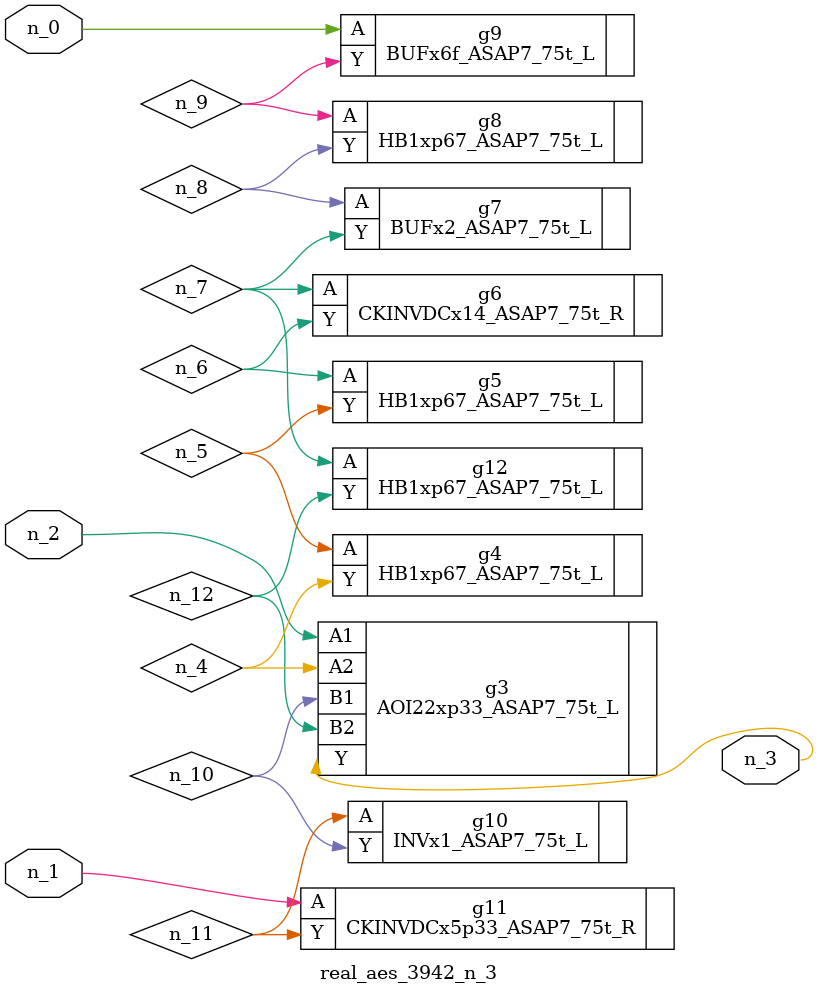
<source format=v>
module real_aes_3942_n_3 (n_0, n_2, n_1, n_3);
input n_0;
input n_2;
input n_1;
output n_3;
wire n_4;
wire n_5;
wire n_7;
wire n_8;
wire n_12;
wire n_6;
wire n_9;
wire n_10;
wire n_11;
BUFx6f_ASAP7_75t_L g9 ( .A(n_0), .Y(n_9) );
CKINVDCx5p33_ASAP7_75t_R g11 ( .A(n_1), .Y(n_11) );
AOI22xp33_ASAP7_75t_L g3 ( .A1(n_2), .A2(n_4), .B1(n_10), .B2(n_12), .Y(n_3) );
HB1xp67_ASAP7_75t_L g4 ( .A(n_5), .Y(n_4) );
HB1xp67_ASAP7_75t_L g5 ( .A(n_6), .Y(n_5) );
CKINVDCx14_ASAP7_75t_R g6 ( .A(n_7), .Y(n_6) );
HB1xp67_ASAP7_75t_L g12 ( .A(n_7), .Y(n_12) );
BUFx2_ASAP7_75t_L g7 ( .A(n_8), .Y(n_7) );
HB1xp67_ASAP7_75t_L g8 ( .A(n_9), .Y(n_8) );
INVx1_ASAP7_75t_L g10 ( .A(n_11), .Y(n_10) );
endmodule
</source>
